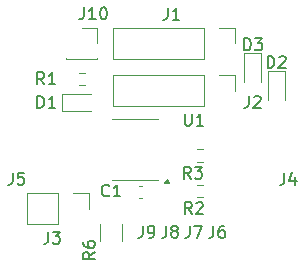
<source format=gbr>
%TF.GenerationSoftware,KiCad,Pcbnew,8.0.7*%
%TF.CreationDate,2024-12-12T10:30:31+01:00*%
%TF.ProjectId,pcb_actionneur_ventouse,7063625f-6163-4746-996f-6e6e6575725f,rev?*%
%TF.SameCoordinates,Original*%
%TF.FileFunction,Legend,Top*%
%TF.FilePolarity,Positive*%
%FSLAX46Y46*%
G04 Gerber Fmt 4.6, Leading zero omitted, Abs format (unit mm)*
G04 Created by KiCad (PCBNEW 8.0.7) date 2024-12-12 10:30:31*
%MOMM*%
%LPD*%
G01*
G04 APERTURE LIST*
%ADD10C,0.150000*%
%ADD11C,0.120000*%
G04 APERTURE END LIST*
D10*
X145134819Y-59166666D02*
X144658628Y-59499999D01*
X145134819Y-59738094D02*
X144134819Y-59738094D01*
X144134819Y-59738094D02*
X144134819Y-59357142D01*
X144134819Y-59357142D02*
X144182438Y-59261904D01*
X144182438Y-59261904D02*
X144230057Y-59214285D01*
X144230057Y-59214285D02*
X144325295Y-59166666D01*
X144325295Y-59166666D02*
X144468152Y-59166666D01*
X144468152Y-59166666D02*
X144563390Y-59214285D01*
X144563390Y-59214285D02*
X144611009Y-59261904D01*
X144611009Y-59261904D02*
X144658628Y-59357142D01*
X144658628Y-59357142D02*
X144658628Y-59738094D01*
X144134819Y-58309523D02*
X144134819Y-58499999D01*
X144134819Y-58499999D02*
X144182438Y-58595237D01*
X144182438Y-58595237D02*
X144230057Y-58642856D01*
X144230057Y-58642856D02*
X144372914Y-58738094D01*
X144372914Y-58738094D02*
X144563390Y-58785713D01*
X144563390Y-58785713D02*
X144944342Y-58785713D01*
X144944342Y-58785713D02*
X145039580Y-58738094D01*
X145039580Y-58738094D02*
X145087200Y-58690475D01*
X145087200Y-58690475D02*
X145134819Y-58595237D01*
X145134819Y-58595237D02*
X145134819Y-58404761D01*
X145134819Y-58404761D02*
X145087200Y-58309523D01*
X145087200Y-58309523D02*
X145039580Y-58261904D01*
X145039580Y-58261904D02*
X144944342Y-58214285D01*
X144944342Y-58214285D02*
X144706247Y-58214285D01*
X144706247Y-58214285D02*
X144611009Y-58261904D01*
X144611009Y-58261904D02*
X144563390Y-58309523D01*
X144563390Y-58309523D02*
X144515771Y-58404761D01*
X144515771Y-58404761D02*
X144515771Y-58595237D01*
X144515771Y-58595237D02*
X144563390Y-58690475D01*
X144563390Y-58690475D02*
X144611009Y-58738094D01*
X144611009Y-58738094D02*
X144706247Y-58785713D01*
X158166666Y-45954819D02*
X158166666Y-46669104D01*
X158166666Y-46669104D02*
X158119047Y-46811961D01*
X158119047Y-46811961D02*
X158023809Y-46907200D01*
X158023809Y-46907200D02*
X157880952Y-46954819D01*
X157880952Y-46954819D02*
X157785714Y-46954819D01*
X158595238Y-46050057D02*
X158642857Y-46002438D01*
X158642857Y-46002438D02*
X158738095Y-45954819D01*
X158738095Y-45954819D02*
X158976190Y-45954819D01*
X158976190Y-45954819D02*
X159071428Y-46002438D01*
X159071428Y-46002438D02*
X159119047Y-46050057D01*
X159119047Y-46050057D02*
X159166666Y-46145295D01*
X159166666Y-46145295D02*
X159166666Y-46240533D01*
X159166666Y-46240533D02*
X159119047Y-46383390D01*
X159119047Y-46383390D02*
X158547619Y-46954819D01*
X158547619Y-46954819D02*
X159166666Y-46954819D01*
X149166666Y-56954819D02*
X149166666Y-57669104D01*
X149166666Y-57669104D02*
X149119047Y-57811961D01*
X149119047Y-57811961D02*
X149023809Y-57907200D01*
X149023809Y-57907200D02*
X148880952Y-57954819D01*
X148880952Y-57954819D02*
X148785714Y-57954819D01*
X149690476Y-57954819D02*
X149880952Y-57954819D01*
X149880952Y-57954819D02*
X149976190Y-57907200D01*
X149976190Y-57907200D02*
X150023809Y-57859580D01*
X150023809Y-57859580D02*
X150119047Y-57716723D01*
X150119047Y-57716723D02*
X150166666Y-57526247D01*
X150166666Y-57526247D02*
X150166666Y-57145295D01*
X150166666Y-57145295D02*
X150119047Y-57050057D01*
X150119047Y-57050057D02*
X150071428Y-57002438D01*
X150071428Y-57002438D02*
X149976190Y-56954819D01*
X149976190Y-56954819D02*
X149785714Y-56954819D01*
X149785714Y-56954819D02*
X149690476Y-57002438D01*
X149690476Y-57002438D02*
X149642857Y-57050057D01*
X149642857Y-57050057D02*
X149595238Y-57145295D01*
X149595238Y-57145295D02*
X149595238Y-57383390D01*
X149595238Y-57383390D02*
X149642857Y-57478628D01*
X149642857Y-57478628D02*
X149690476Y-57526247D01*
X149690476Y-57526247D02*
X149785714Y-57573866D01*
X149785714Y-57573866D02*
X149976190Y-57573866D01*
X149976190Y-57573866D02*
X150071428Y-57526247D01*
X150071428Y-57526247D02*
X150119047Y-57478628D01*
X150119047Y-57478628D02*
X150166666Y-57383390D01*
X144190476Y-38454819D02*
X144190476Y-39169104D01*
X144190476Y-39169104D02*
X144142857Y-39311961D01*
X144142857Y-39311961D02*
X144047619Y-39407200D01*
X144047619Y-39407200D02*
X143904762Y-39454819D01*
X143904762Y-39454819D02*
X143809524Y-39454819D01*
X145190476Y-39454819D02*
X144619048Y-39454819D01*
X144904762Y-39454819D02*
X144904762Y-38454819D01*
X144904762Y-38454819D02*
X144809524Y-38597676D01*
X144809524Y-38597676D02*
X144714286Y-38692914D01*
X144714286Y-38692914D02*
X144619048Y-38740533D01*
X145809524Y-38454819D02*
X145904762Y-38454819D01*
X145904762Y-38454819D02*
X146000000Y-38502438D01*
X146000000Y-38502438D02*
X146047619Y-38550057D01*
X146047619Y-38550057D02*
X146095238Y-38645295D01*
X146095238Y-38645295D02*
X146142857Y-38835771D01*
X146142857Y-38835771D02*
X146142857Y-39073866D01*
X146142857Y-39073866D02*
X146095238Y-39264342D01*
X146095238Y-39264342D02*
X146047619Y-39359580D01*
X146047619Y-39359580D02*
X146000000Y-39407200D01*
X146000000Y-39407200D02*
X145904762Y-39454819D01*
X145904762Y-39454819D02*
X145809524Y-39454819D01*
X145809524Y-39454819D02*
X145714286Y-39407200D01*
X145714286Y-39407200D02*
X145666667Y-39359580D01*
X145666667Y-39359580D02*
X145619048Y-39264342D01*
X145619048Y-39264342D02*
X145571429Y-39073866D01*
X145571429Y-39073866D02*
X145571429Y-38835771D01*
X145571429Y-38835771D02*
X145619048Y-38645295D01*
X145619048Y-38645295D02*
X145666667Y-38550057D01*
X145666667Y-38550057D02*
X145714286Y-38502438D01*
X145714286Y-38502438D02*
X145809524Y-38454819D01*
X153166666Y-56954819D02*
X153166666Y-57669104D01*
X153166666Y-57669104D02*
X153119047Y-57811961D01*
X153119047Y-57811961D02*
X153023809Y-57907200D01*
X153023809Y-57907200D02*
X152880952Y-57954819D01*
X152880952Y-57954819D02*
X152785714Y-57954819D01*
X153547619Y-56954819D02*
X154214285Y-56954819D01*
X154214285Y-56954819D02*
X153785714Y-57954819D01*
X155166666Y-56954819D02*
X155166666Y-57669104D01*
X155166666Y-57669104D02*
X155119047Y-57811961D01*
X155119047Y-57811961D02*
X155023809Y-57907200D01*
X155023809Y-57907200D02*
X154880952Y-57954819D01*
X154880952Y-57954819D02*
X154785714Y-57954819D01*
X156071428Y-56954819D02*
X155880952Y-56954819D01*
X155880952Y-56954819D02*
X155785714Y-57002438D01*
X155785714Y-57002438D02*
X155738095Y-57050057D01*
X155738095Y-57050057D02*
X155642857Y-57192914D01*
X155642857Y-57192914D02*
X155595238Y-57383390D01*
X155595238Y-57383390D02*
X155595238Y-57764342D01*
X155595238Y-57764342D02*
X155642857Y-57859580D01*
X155642857Y-57859580D02*
X155690476Y-57907200D01*
X155690476Y-57907200D02*
X155785714Y-57954819D01*
X155785714Y-57954819D02*
X155976190Y-57954819D01*
X155976190Y-57954819D02*
X156071428Y-57907200D01*
X156071428Y-57907200D02*
X156119047Y-57859580D01*
X156119047Y-57859580D02*
X156166666Y-57764342D01*
X156166666Y-57764342D02*
X156166666Y-57526247D01*
X156166666Y-57526247D02*
X156119047Y-57431009D01*
X156119047Y-57431009D02*
X156071428Y-57383390D01*
X156071428Y-57383390D02*
X155976190Y-57335771D01*
X155976190Y-57335771D02*
X155785714Y-57335771D01*
X155785714Y-57335771D02*
X155690476Y-57383390D01*
X155690476Y-57383390D02*
X155642857Y-57431009D01*
X155642857Y-57431009D02*
X155595238Y-57526247D01*
X151166666Y-56954819D02*
X151166666Y-57669104D01*
X151166666Y-57669104D02*
X151119047Y-57811961D01*
X151119047Y-57811961D02*
X151023809Y-57907200D01*
X151023809Y-57907200D02*
X150880952Y-57954819D01*
X150880952Y-57954819D02*
X150785714Y-57954819D01*
X151785714Y-57383390D02*
X151690476Y-57335771D01*
X151690476Y-57335771D02*
X151642857Y-57288152D01*
X151642857Y-57288152D02*
X151595238Y-57192914D01*
X151595238Y-57192914D02*
X151595238Y-57145295D01*
X151595238Y-57145295D02*
X151642857Y-57050057D01*
X151642857Y-57050057D02*
X151690476Y-57002438D01*
X151690476Y-57002438D02*
X151785714Y-56954819D01*
X151785714Y-56954819D02*
X151976190Y-56954819D01*
X151976190Y-56954819D02*
X152071428Y-57002438D01*
X152071428Y-57002438D02*
X152119047Y-57050057D01*
X152119047Y-57050057D02*
X152166666Y-57145295D01*
X152166666Y-57145295D02*
X152166666Y-57192914D01*
X152166666Y-57192914D02*
X152119047Y-57288152D01*
X152119047Y-57288152D02*
X152071428Y-57335771D01*
X152071428Y-57335771D02*
X151976190Y-57383390D01*
X151976190Y-57383390D02*
X151785714Y-57383390D01*
X151785714Y-57383390D02*
X151690476Y-57431009D01*
X151690476Y-57431009D02*
X151642857Y-57478628D01*
X151642857Y-57478628D02*
X151595238Y-57573866D01*
X151595238Y-57573866D02*
X151595238Y-57764342D01*
X151595238Y-57764342D02*
X151642857Y-57859580D01*
X151642857Y-57859580D02*
X151690476Y-57907200D01*
X151690476Y-57907200D02*
X151785714Y-57954819D01*
X151785714Y-57954819D02*
X151976190Y-57954819D01*
X151976190Y-57954819D02*
X152071428Y-57907200D01*
X152071428Y-57907200D02*
X152119047Y-57859580D01*
X152119047Y-57859580D02*
X152166666Y-57764342D01*
X152166666Y-57764342D02*
X152166666Y-57573866D01*
X152166666Y-57573866D02*
X152119047Y-57478628D01*
X152119047Y-57478628D02*
X152071428Y-57431009D01*
X152071428Y-57431009D02*
X151976190Y-57383390D01*
X151286666Y-38494819D02*
X151286666Y-39209104D01*
X151286666Y-39209104D02*
X151239047Y-39351961D01*
X151239047Y-39351961D02*
X151143809Y-39447200D01*
X151143809Y-39447200D02*
X151000952Y-39494819D01*
X151000952Y-39494819D02*
X150905714Y-39494819D01*
X152286666Y-39494819D02*
X151715238Y-39494819D01*
X152000952Y-39494819D02*
X152000952Y-38494819D01*
X152000952Y-38494819D02*
X151905714Y-38637676D01*
X151905714Y-38637676D02*
X151810476Y-38732914D01*
X151810476Y-38732914D02*
X151715238Y-38780533D01*
X146333333Y-54359580D02*
X146285714Y-54407200D01*
X146285714Y-54407200D02*
X146142857Y-54454819D01*
X146142857Y-54454819D02*
X146047619Y-54454819D01*
X146047619Y-54454819D02*
X145904762Y-54407200D01*
X145904762Y-54407200D02*
X145809524Y-54311961D01*
X145809524Y-54311961D02*
X145761905Y-54216723D01*
X145761905Y-54216723D02*
X145714286Y-54026247D01*
X145714286Y-54026247D02*
X145714286Y-53883390D01*
X145714286Y-53883390D02*
X145761905Y-53692914D01*
X145761905Y-53692914D02*
X145809524Y-53597676D01*
X145809524Y-53597676D02*
X145904762Y-53502438D01*
X145904762Y-53502438D02*
X146047619Y-53454819D01*
X146047619Y-53454819D02*
X146142857Y-53454819D01*
X146142857Y-53454819D02*
X146285714Y-53502438D01*
X146285714Y-53502438D02*
X146333333Y-53550057D01*
X147285714Y-54454819D02*
X146714286Y-54454819D01*
X147000000Y-54454819D02*
X147000000Y-53454819D01*
X147000000Y-53454819D02*
X146904762Y-53597676D01*
X146904762Y-53597676D02*
X146809524Y-53692914D01*
X146809524Y-53692914D02*
X146714286Y-53740533D01*
X152738095Y-47454819D02*
X152738095Y-48264342D01*
X152738095Y-48264342D02*
X152785714Y-48359580D01*
X152785714Y-48359580D02*
X152833333Y-48407200D01*
X152833333Y-48407200D02*
X152928571Y-48454819D01*
X152928571Y-48454819D02*
X153119047Y-48454819D01*
X153119047Y-48454819D02*
X153214285Y-48407200D01*
X153214285Y-48407200D02*
X153261904Y-48359580D01*
X153261904Y-48359580D02*
X153309523Y-48264342D01*
X153309523Y-48264342D02*
X153309523Y-47454819D01*
X154309523Y-48454819D02*
X153738095Y-48454819D01*
X154023809Y-48454819D02*
X154023809Y-47454819D01*
X154023809Y-47454819D02*
X153928571Y-47597676D01*
X153928571Y-47597676D02*
X153833333Y-47692914D01*
X153833333Y-47692914D02*
X153738095Y-47740533D01*
X161166666Y-52454819D02*
X161166666Y-53169104D01*
X161166666Y-53169104D02*
X161119047Y-53311961D01*
X161119047Y-53311961D02*
X161023809Y-53407200D01*
X161023809Y-53407200D02*
X160880952Y-53454819D01*
X160880952Y-53454819D02*
X160785714Y-53454819D01*
X162071428Y-52788152D02*
X162071428Y-53454819D01*
X161833333Y-52407200D02*
X161595238Y-53121485D01*
X161595238Y-53121485D02*
X162214285Y-53121485D01*
X138166666Y-52454819D02*
X138166666Y-53169104D01*
X138166666Y-53169104D02*
X138119047Y-53311961D01*
X138119047Y-53311961D02*
X138023809Y-53407200D01*
X138023809Y-53407200D02*
X137880952Y-53454819D01*
X137880952Y-53454819D02*
X137785714Y-53454819D01*
X139119047Y-52454819D02*
X138642857Y-52454819D01*
X138642857Y-52454819D02*
X138595238Y-52931009D01*
X138595238Y-52931009D02*
X138642857Y-52883390D01*
X138642857Y-52883390D02*
X138738095Y-52835771D01*
X138738095Y-52835771D02*
X138976190Y-52835771D01*
X138976190Y-52835771D02*
X139071428Y-52883390D01*
X139071428Y-52883390D02*
X139119047Y-52931009D01*
X139119047Y-52931009D02*
X139166666Y-53026247D01*
X139166666Y-53026247D02*
X139166666Y-53264342D01*
X139166666Y-53264342D02*
X139119047Y-53359580D01*
X139119047Y-53359580D02*
X139071428Y-53407200D01*
X139071428Y-53407200D02*
X138976190Y-53454819D01*
X138976190Y-53454819D02*
X138738095Y-53454819D01*
X138738095Y-53454819D02*
X138642857Y-53407200D01*
X138642857Y-53407200D02*
X138595238Y-53359580D01*
X153245833Y-52954819D02*
X152912500Y-52478628D01*
X152674405Y-52954819D02*
X152674405Y-51954819D01*
X152674405Y-51954819D02*
X153055357Y-51954819D01*
X153055357Y-51954819D02*
X153150595Y-52002438D01*
X153150595Y-52002438D02*
X153198214Y-52050057D01*
X153198214Y-52050057D02*
X153245833Y-52145295D01*
X153245833Y-52145295D02*
X153245833Y-52288152D01*
X153245833Y-52288152D02*
X153198214Y-52383390D01*
X153198214Y-52383390D02*
X153150595Y-52431009D01*
X153150595Y-52431009D02*
X153055357Y-52478628D01*
X153055357Y-52478628D02*
X152674405Y-52478628D01*
X153579167Y-51954819D02*
X154198214Y-51954819D01*
X154198214Y-51954819D02*
X153864881Y-52335771D01*
X153864881Y-52335771D02*
X154007738Y-52335771D01*
X154007738Y-52335771D02*
X154102976Y-52383390D01*
X154102976Y-52383390D02*
X154150595Y-52431009D01*
X154150595Y-52431009D02*
X154198214Y-52526247D01*
X154198214Y-52526247D02*
X154198214Y-52764342D01*
X154198214Y-52764342D02*
X154150595Y-52859580D01*
X154150595Y-52859580D02*
X154102976Y-52907200D01*
X154102976Y-52907200D02*
X154007738Y-52954819D01*
X154007738Y-52954819D02*
X153722024Y-52954819D01*
X153722024Y-52954819D02*
X153626786Y-52907200D01*
X153626786Y-52907200D02*
X153579167Y-52859580D01*
X157761905Y-42079819D02*
X157761905Y-41079819D01*
X157761905Y-41079819D02*
X158000000Y-41079819D01*
X158000000Y-41079819D02*
X158142857Y-41127438D01*
X158142857Y-41127438D02*
X158238095Y-41222676D01*
X158238095Y-41222676D02*
X158285714Y-41317914D01*
X158285714Y-41317914D02*
X158333333Y-41508390D01*
X158333333Y-41508390D02*
X158333333Y-41651247D01*
X158333333Y-41651247D02*
X158285714Y-41841723D01*
X158285714Y-41841723D02*
X158238095Y-41936961D01*
X158238095Y-41936961D02*
X158142857Y-42032200D01*
X158142857Y-42032200D02*
X158000000Y-42079819D01*
X158000000Y-42079819D02*
X157761905Y-42079819D01*
X158666667Y-41079819D02*
X159285714Y-41079819D01*
X159285714Y-41079819D02*
X158952381Y-41460771D01*
X158952381Y-41460771D02*
X159095238Y-41460771D01*
X159095238Y-41460771D02*
X159190476Y-41508390D01*
X159190476Y-41508390D02*
X159238095Y-41556009D01*
X159238095Y-41556009D02*
X159285714Y-41651247D01*
X159285714Y-41651247D02*
X159285714Y-41889342D01*
X159285714Y-41889342D02*
X159238095Y-41984580D01*
X159238095Y-41984580D02*
X159190476Y-42032200D01*
X159190476Y-42032200D02*
X159095238Y-42079819D01*
X159095238Y-42079819D02*
X158809524Y-42079819D01*
X158809524Y-42079819D02*
X158714286Y-42032200D01*
X158714286Y-42032200D02*
X158666667Y-41984580D01*
X140261905Y-46954819D02*
X140261905Y-45954819D01*
X140261905Y-45954819D02*
X140500000Y-45954819D01*
X140500000Y-45954819D02*
X140642857Y-46002438D01*
X140642857Y-46002438D02*
X140738095Y-46097676D01*
X140738095Y-46097676D02*
X140785714Y-46192914D01*
X140785714Y-46192914D02*
X140833333Y-46383390D01*
X140833333Y-46383390D02*
X140833333Y-46526247D01*
X140833333Y-46526247D02*
X140785714Y-46716723D01*
X140785714Y-46716723D02*
X140738095Y-46811961D01*
X140738095Y-46811961D02*
X140642857Y-46907200D01*
X140642857Y-46907200D02*
X140500000Y-46954819D01*
X140500000Y-46954819D02*
X140261905Y-46954819D01*
X141785714Y-46954819D02*
X141214286Y-46954819D01*
X141500000Y-46954819D02*
X141500000Y-45954819D01*
X141500000Y-45954819D02*
X141404762Y-46097676D01*
X141404762Y-46097676D02*
X141309524Y-46192914D01*
X141309524Y-46192914D02*
X141214286Y-46240533D01*
X153333333Y-55954819D02*
X153000000Y-55478628D01*
X152761905Y-55954819D02*
X152761905Y-54954819D01*
X152761905Y-54954819D02*
X153142857Y-54954819D01*
X153142857Y-54954819D02*
X153238095Y-55002438D01*
X153238095Y-55002438D02*
X153285714Y-55050057D01*
X153285714Y-55050057D02*
X153333333Y-55145295D01*
X153333333Y-55145295D02*
X153333333Y-55288152D01*
X153333333Y-55288152D02*
X153285714Y-55383390D01*
X153285714Y-55383390D02*
X153238095Y-55431009D01*
X153238095Y-55431009D02*
X153142857Y-55478628D01*
X153142857Y-55478628D02*
X152761905Y-55478628D01*
X153714286Y-55050057D02*
X153761905Y-55002438D01*
X153761905Y-55002438D02*
X153857143Y-54954819D01*
X153857143Y-54954819D02*
X154095238Y-54954819D01*
X154095238Y-54954819D02*
X154190476Y-55002438D01*
X154190476Y-55002438D02*
X154238095Y-55050057D01*
X154238095Y-55050057D02*
X154285714Y-55145295D01*
X154285714Y-55145295D02*
X154285714Y-55240533D01*
X154285714Y-55240533D02*
X154238095Y-55383390D01*
X154238095Y-55383390D02*
X153666667Y-55954819D01*
X153666667Y-55954819D02*
X154285714Y-55954819D01*
X141166666Y-57454819D02*
X141166666Y-58169104D01*
X141166666Y-58169104D02*
X141119047Y-58311961D01*
X141119047Y-58311961D02*
X141023809Y-58407200D01*
X141023809Y-58407200D02*
X140880952Y-58454819D01*
X140880952Y-58454819D02*
X140785714Y-58454819D01*
X141547619Y-57454819D02*
X142166666Y-57454819D01*
X142166666Y-57454819D02*
X141833333Y-57835771D01*
X141833333Y-57835771D02*
X141976190Y-57835771D01*
X141976190Y-57835771D02*
X142071428Y-57883390D01*
X142071428Y-57883390D02*
X142119047Y-57931009D01*
X142119047Y-57931009D02*
X142166666Y-58026247D01*
X142166666Y-58026247D02*
X142166666Y-58264342D01*
X142166666Y-58264342D02*
X142119047Y-58359580D01*
X142119047Y-58359580D02*
X142071428Y-58407200D01*
X142071428Y-58407200D02*
X141976190Y-58454819D01*
X141976190Y-58454819D02*
X141690476Y-58454819D01*
X141690476Y-58454819D02*
X141595238Y-58407200D01*
X141595238Y-58407200D02*
X141547619Y-58359580D01*
X159761905Y-43579819D02*
X159761905Y-42579819D01*
X159761905Y-42579819D02*
X160000000Y-42579819D01*
X160000000Y-42579819D02*
X160142857Y-42627438D01*
X160142857Y-42627438D02*
X160238095Y-42722676D01*
X160238095Y-42722676D02*
X160285714Y-42817914D01*
X160285714Y-42817914D02*
X160333333Y-43008390D01*
X160333333Y-43008390D02*
X160333333Y-43151247D01*
X160333333Y-43151247D02*
X160285714Y-43341723D01*
X160285714Y-43341723D02*
X160238095Y-43436961D01*
X160238095Y-43436961D02*
X160142857Y-43532200D01*
X160142857Y-43532200D02*
X160000000Y-43579819D01*
X160000000Y-43579819D02*
X159761905Y-43579819D01*
X160714286Y-42675057D02*
X160761905Y-42627438D01*
X160761905Y-42627438D02*
X160857143Y-42579819D01*
X160857143Y-42579819D02*
X161095238Y-42579819D01*
X161095238Y-42579819D02*
X161190476Y-42627438D01*
X161190476Y-42627438D02*
X161238095Y-42675057D01*
X161238095Y-42675057D02*
X161285714Y-42770295D01*
X161285714Y-42770295D02*
X161285714Y-42865533D01*
X161285714Y-42865533D02*
X161238095Y-43008390D01*
X161238095Y-43008390D02*
X160666667Y-43579819D01*
X160666667Y-43579819D02*
X161285714Y-43579819D01*
X140833333Y-44954819D02*
X140500000Y-44478628D01*
X140261905Y-44954819D02*
X140261905Y-43954819D01*
X140261905Y-43954819D02*
X140642857Y-43954819D01*
X140642857Y-43954819D02*
X140738095Y-44002438D01*
X140738095Y-44002438D02*
X140785714Y-44050057D01*
X140785714Y-44050057D02*
X140833333Y-44145295D01*
X140833333Y-44145295D02*
X140833333Y-44288152D01*
X140833333Y-44288152D02*
X140785714Y-44383390D01*
X140785714Y-44383390D02*
X140738095Y-44431009D01*
X140738095Y-44431009D02*
X140642857Y-44478628D01*
X140642857Y-44478628D02*
X140261905Y-44478628D01*
X141785714Y-44954819D02*
X141214286Y-44954819D01*
X141500000Y-44954819D02*
X141500000Y-43954819D01*
X141500000Y-43954819D02*
X141404762Y-44097676D01*
X141404762Y-44097676D02*
X141309524Y-44192914D01*
X141309524Y-44192914D02*
X141214286Y-44240533D01*
D11*
%TO.C,R6*%
X145590000Y-58227064D02*
X145590000Y-56772936D01*
X147410000Y-58227064D02*
X147410000Y-56772936D01*
%TO.C,J2*%
X156950000Y-44170000D02*
X156950000Y-45500000D01*
X155620000Y-44170000D02*
X156950000Y-44170000D01*
X154350000Y-44170000D02*
X146670000Y-44170000D01*
X154350000Y-44170000D02*
X154350000Y-46830000D01*
X146670000Y-44170000D02*
X146670000Y-46830000D01*
X154350000Y-46830000D02*
X146670000Y-46830000D01*
%TO.C,J10*%
X142670000Y-42710000D02*
X142670000Y-42830000D01*
X142670000Y-42830000D02*
X145330000Y-42830000D01*
X144000000Y-40170000D02*
X145330000Y-40170000D01*
X145330000Y-40170000D02*
X145330000Y-41500000D01*
X145330000Y-42710000D02*
X145330000Y-42830000D01*
%TO.C,J1*%
X156950000Y-40170000D02*
X156950000Y-41500000D01*
X155620000Y-40170000D02*
X156950000Y-40170000D01*
X154350000Y-40170000D02*
X146670000Y-40170000D01*
X154350000Y-40170000D02*
X154350000Y-42830000D01*
X146670000Y-40170000D02*
X146670000Y-42830000D01*
X154350000Y-42830000D02*
X146670000Y-42830000D01*
%TO.C,C1*%
X149146267Y-54605000D02*
X148853733Y-54605000D01*
X149146267Y-53585000D02*
X148853733Y-53585000D01*
%TO.C,U1*%
X148500000Y-53060000D02*
X150450000Y-53060000D01*
X148500000Y-53060000D02*
X146550000Y-53060000D01*
X148500000Y-47940000D02*
X150450000Y-47940000D01*
X148500000Y-47940000D02*
X146550000Y-47940000D01*
X151440000Y-53295000D02*
X150960000Y-53295000D01*
X151200000Y-52965000D01*
X151440000Y-53295000D01*
G36*
X151440000Y-53295000D02*
G01*
X150960000Y-53295000D01*
X151200000Y-52965000D01*
X151440000Y-53295000D01*
G37*
%TO.C,R3*%
X153745276Y-50477500D02*
X154254724Y-50477500D01*
X153745276Y-51522500D02*
X154254724Y-51522500D01*
%TO.C,D3*%
X159235000Y-42340000D02*
X157765000Y-42340000D01*
X157765000Y-42340000D02*
X157765000Y-44800000D01*
X159235000Y-44800000D02*
X159235000Y-42340000D01*
%TO.C,D1*%
X142340000Y-45765000D02*
X142340000Y-47235000D01*
X142340000Y-47235000D02*
X144800000Y-47235000D01*
X144800000Y-45765000D02*
X142340000Y-45765000D01*
%TO.C,R2*%
X153745276Y-54522500D02*
X154254724Y-54522500D01*
X153745276Y-53477500D02*
X154254724Y-53477500D01*
%TO.C,J3*%
X142005000Y-56830000D02*
X139405000Y-56830000D01*
X139405000Y-54170000D02*
X139405000Y-56830000D01*
X142005000Y-54170000D02*
X142005000Y-56830000D01*
X142005000Y-54170000D02*
X139405000Y-54170000D01*
X143275000Y-54170000D02*
X144605000Y-54170000D01*
X144605000Y-54170000D02*
X144605000Y-55500000D01*
%TO.C,D2*%
X161235000Y-43840000D02*
X159765000Y-43840000D01*
X159765000Y-43840000D02*
X159765000Y-46300000D01*
X161235000Y-46300000D02*
X161235000Y-43840000D01*
%TO.C,R1*%
X144254724Y-45022500D02*
X143745276Y-45022500D01*
X144254724Y-43977500D02*
X143745276Y-43977500D01*
%TD*%
M02*

</source>
